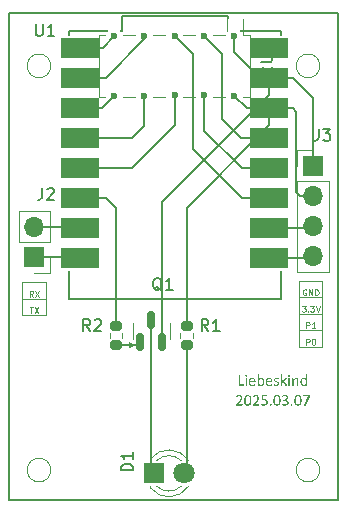
<source format=gto>
%TF.GenerationSoftware,KiCad,Pcbnew,9.0.0*%
%TF.CreationDate,2025-03-07T16:35:28+08:00*%
%TF.ProjectId,Esp32InfraredController,45737033-3249-46e6-9672-61726564436f,rev?*%
%TF.SameCoordinates,Original*%
%TF.FileFunction,Legend,Top*%
%TF.FilePolarity,Positive*%
%FSLAX46Y46*%
G04 Gerber Fmt 4.6, Leading zero omitted, Abs format (unit mm)*
G04 Created by KiCad (PCBNEW 9.0.0) date 2025-03-07 16:35:28*
%MOMM*%
%LPD*%
G01*
G04 APERTURE LIST*
G04 Aperture macros list*
%AMRoundRect*
0 Rectangle with rounded corners*
0 $1 Rounding radius*
0 $2 $3 $4 $5 $6 $7 $8 $9 X,Y pos of 4 corners*
0 Add a 4 corners polygon primitive as box body*
4,1,4,$2,$3,$4,$5,$6,$7,$8,$9,$2,$3,0*
0 Add four circle primitives for the rounded corners*
1,1,$1+$1,$2,$3*
1,1,$1+$1,$4,$5*
1,1,$1+$1,$6,$7*
1,1,$1+$1,$8,$9*
0 Add four rect primitives between the rounded corners*
20,1,$1+$1,$2,$3,$4,$5,0*
20,1,$1+$1,$4,$5,$6,$7,0*
20,1,$1+$1,$6,$7,$8,$9,0*
20,1,$1+$1,$8,$9,$2,$3,0*%
G04 Aperture macros list end*
%ADD10C,0.150000*%
%ADD11C,0.062500*%
%ADD12C,0.050000*%
%ADD13C,0.120000*%
%ADD14C,0.127000*%
%ADD15R,1.700000X1.700000*%
%ADD16O,1.700000X1.700000*%
%ADD17RoundRect,0.200000X-0.275000X0.200000X-0.275000X-0.200000X0.275000X-0.200000X0.275000X0.200000X0*%
%ADD18R,1.800000X1.800000*%
%ADD19C,1.800000*%
%ADD20RoundRect,0.102000X-1.512500X-0.762000X1.512500X-0.762000X1.512500X0.762000X-1.512500X0.762000X0*%
%ADD21RoundRect,0.150000X0.150000X-0.587500X0.150000X0.587500X-0.150000X0.587500X-0.150000X-0.587500X0*%
%TA.AperFunction,ComponentPad*%
%ADD22R,1.700000X1.700000*%
%TD*%
%TA.AperFunction,ComponentPad*%
%ADD23O,1.700000X1.700000*%
%TD*%
%TA.AperFunction,ComponentPad*%
%ADD24R,1.800000X1.800000*%
%TD*%
%TA.AperFunction,ComponentPad*%
%ADD25C,1.800000*%
%TD*%
%TA.AperFunction,SMDPad,CuDef*%
%ADD26R,1.000000X3.000000*%
%TD*%
%TA.AperFunction,ViaPad*%
%ADD27C,0.600000*%
%TD*%
%TA.AperFunction,Conductor*%
%ADD28C,0.200000*%
%TD*%
%ADD29R,1.000000X3.000000*%
%TA.AperFunction,SMDPad,CuDef*%
%ADD30RoundRect,0.200000X-0.275000X0.200000X-0.275000X-0.200000X0.275000X-0.200000X0.275000X0.200000X0*%
%TD*%
%TA.AperFunction,SMDPad,CuDef*%
%ADD31R,3.025000X1.524000*%
%TD*%
%TA.AperFunction,SMDPad,CuDef*%
%ADD32RoundRect,0.150000X0.150000X-0.587500X0.150000X0.587500X-0.150000X0.587500X-0.150000X-0.587500X0*%
%TD*%
%ADD33R,3.025000X1.524000*%
%TA.AperFunction,Profile*%
%ADD34C,0.050000*%
%TD*%
%TA.AperFunction,Profile*%
%ADD35C,0.200000*%
%TD*%
G04 APERTURE END LIST*
D10*
G36*
X123371188Y-76523831D02*
G01*
X123369784Y-76546728D01*
X123365387Y-76562360D01*
X123357877Y-76571946D01*
X123347313Y-76575000D01*
X122956525Y-76575000D01*
X122941457Y-76572434D01*
X122926788Y-76564436D01*
X122916711Y-76550904D01*
X122912805Y-76527250D01*
X122912805Y-75709769D01*
X122915553Y-75700183D01*
X122925140Y-75693710D01*
X122943580Y-75689619D01*
X122971546Y-75687909D01*
X122999878Y-75689619D01*
X123018013Y-75693710D01*
X123027599Y-75700183D01*
X123030347Y-75709769D01*
X123030347Y-76473394D01*
X123347313Y-76473394D01*
X123357877Y-76476509D01*
X123365387Y-76485362D01*
X123369784Y-76500689D01*
X123371188Y-76523831D01*
G37*
G36*
X123600715Y-76557780D02*
G01*
X123597968Y-76567001D01*
X123589053Y-76573473D01*
X123572017Y-76577503D01*
X123543990Y-76578907D01*
X123516696Y-76577503D01*
X123499232Y-76573473D01*
X123490379Y-76567001D01*
X123487997Y-76557780D01*
X123487997Y-75943510D01*
X123490379Y-75934656D01*
X123499232Y-75927878D01*
X123516696Y-75923787D01*
X123543990Y-75922383D01*
X123572017Y-75923787D01*
X123589053Y-75927878D01*
X123597968Y-75934656D01*
X123600715Y-75943510D01*
X123600715Y-76557780D01*
G37*
G36*
X123613660Y-75737063D02*
G01*
X123609217Y-75772577D01*
X123598639Y-75790858D01*
X123579739Y-75800901D01*
X123543318Y-75805146D01*
X123507498Y-75801004D01*
X123488974Y-75791224D01*
X123478661Y-75773319D01*
X123474320Y-75738407D01*
X123478763Y-75702893D01*
X123489341Y-75684612D01*
X123508241Y-75674569D01*
X123544662Y-75670324D01*
X123580464Y-75674485D01*
X123598945Y-75684307D01*
X123609300Y-75702168D01*
X123613660Y-75737063D01*
G37*
G36*
X124131589Y-75916835D02*
G01*
X124185799Y-75933801D01*
X124232654Y-75961304D01*
X124269513Y-75996144D01*
X124297736Y-76038276D01*
X124317690Y-76088040D01*
X124329148Y-76141998D01*
X124333077Y-76200758D01*
X124333077Y-76221153D01*
X124329345Y-76244941D01*
X124319705Y-76258949D01*
X124305420Y-76267391D01*
X124289358Y-76270184D01*
X123886296Y-76270184D01*
X123888990Y-76320296D01*
X123896554Y-76362936D01*
X123910452Y-76401722D01*
X123930687Y-76433705D01*
X123957873Y-76459588D01*
X123992847Y-76479073D01*
X124033643Y-76490632D01*
X124086453Y-76494888D01*
X124128930Y-76492978D01*
X124164306Y-76487683D01*
X124223412Y-76471441D01*
X124264384Y-76455259D01*
X124288686Y-76447993D01*
X124297174Y-76450436D01*
X124302975Y-76457641D01*
X124306089Y-76470952D01*
X124307127Y-76491835D01*
X124306394Y-76507283D01*
X124304684Y-76518946D01*
X124301265Y-76528227D01*
X124295098Y-76536104D01*
X124272933Y-76548438D01*
X124225122Y-76565352D01*
X124157162Y-76580129D01*
X124074852Y-76586723D01*
X124001852Y-76581124D01*
X123941984Y-76565535D01*
X123889095Y-76538971D01*
X123845996Y-76502643D01*
X123812347Y-76456579D01*
X123787195Y-76398046D01*
X123772662Y-76332242D01*
X123767411Y-76251744D01*
X123771918Y-76187142D01*
X123886296Y-76187142D01*
X124219688Y-76187142D01*
X124215719Y-76129685D01*
X124202234Y-76084457D01*
X124180365Y-76048778D01*
X124149528Y-76021612D01*
X124109613Y-76004698D01*
X124057755Y-75998586D01*
X124017882Y-76002663D01*
X123984665Y-76014218D01*
X123955621Y-76032465D01*
X123932031Y-76055556D01*
X123913435Y-76083144D01*
X123899241Y-76115579D01*
X123890229Y-76150461D01*
X123886296Y-76187142D01*
X123771918Y-76187142D01*
X123772771Y-76174918D01*
X123787927Y-76109289D01*
X123813426Y-76049985D01*
X123847034Y-76001945D01*
X123889555Y-75963004D01*
X123940274Y-75934228D01*
X123997199Y-75916738D01*
X124062517Y-75910659D01*
X124131589Y-75916835D01*
G37*
G36*
X124589044Y-75622880D02*
G01*
X124606080Y-75626971D01*
X124614995Y-75633810D01*
X124617743Y-75643335D01*
X124617743Y-76011837D01*
X124670621Y-75964698D01*
X124720874Y-75933557D01*
X124770028Y-75916154D01*
X124821991Y-75910659D01*
X124885533Y-75917683D01*
X124936357Y-75937342D01*
X124979466Y-75968571D01*
X125013538Y-76008784D01*
X125038888Y-76056492D01*
X125056952Y-76113686D01*
X125067141Y-76174898D01*
X125070630Y-76240814D01*
X125066051Y-76318520D01*
X125053166Y-76384734D01*
X125031141Y-76445058D01*
X125001937Y-76493789D01*
X124964163Y-76533690D01*
X124918955Y-76562787D01*
X124867255Y-76580513D01*
X124806237Y-76586723D01*
X124751954Y-76580922D01*
X124703105Y-76562116D01*
X124655295Y-76529326D01*
X124604737Y-76481454D01*
X124604737Y-76557475D01*
X124601989Y-76567184D01*
X124593135Y-76573717D01*
X124577748Y-76577503D01*
X124554178Y-76578907D01*
X124530914Y-76577503D01*
X124515222Y-76573778D01*
X124507039Y-76567306D01*
X124505024Y-76557719D01*
X124505024Y-76128035D01*
X124617743Y-76128035D01*
X124617743Y-76373438D01*
X124665187Y-76425571D01*
X124706525Y-76460205D01*
X124750431Y-76482785D01*
X124794635Y-76490003D01*
X124834623Y-76484675D01*
X124867053Y-76469487D01*
X124894100Y-76445789D01*
X124915902Y-76415020D01*
X124931958Y-76379561D01*
X124943196Y-76339061D01*
X124949606Y-76296699D01*
X124951745Y-76253820D01*
X124944539Y-76162107D01*
X124934493Y-76119401D01*
X124919627Y-76083400D01*
X124898808Y-76052259D01*
X124872549Y-76028262D01*
X124840487Y-76012859D01*
X124799459Y-76007379D01*
X124756411Y-76013546D01*
X124713364Y-76034124D01*
X124667934Y-76071188D01*
X124617743Y-76128035D01*
X124505024Y-76128035D01*
X124505024Y-75643396D01*
X124507406Y-75633810D01*
X124516260Y-75626971D01*
X124533723Y-75622880D01*
X124561017Y-75621475D01*
X124589044Y-75622880D01*
G37*
G36*
X125562852Y-75916835D02*
G01*
X125617062Y-75933801D01*
X125663917Y-75961304D01*
X125700776Y-75996144D01*
X125728999Y-76038276D01*
X125748953Y-76088040D01*
X125760411Y-76141998D01*
X125764341Y-76200758D01*
X125764341Y-76221153D01*
X125760608Y-76244941D01*
X125750968Y-76258949D01*
X125736683Y-76267391D01*
X125720621Y-76270184D01*
X125317559Y-76270184D01*
X125320253Y-76320296D01*
X125327818Y-76362936D01*
X125341715Y-76401722D01*
X125361950Y-76433705D01*
X125389136Y-76459588D01*
X125424110Y-76479073D01*
X125464906Y-76490632D01*
X125517716Y-76494888D01*
X125560193Y-76492978D01*
X125595569Y-76487683D01*
X125654676Y-76471441D01*
X125695647Y-76455259D01*
X125719949Y-76447993D01*
X125728437Y-76450436D01*
X125734238Y-76457641D01*
X125737352Y-76470952D01*
X125738390Y-76491835D01*
X125737657Y-76507283D01*
X125735947Y-76518946D01*
X125732528Y-76528227D01*
X125726361Y-76536104D01*
X125704196Y-76548438D01*
X125656385Y-76565352D01*
X125588425Y-76580129D01*
X125506115Y-76586723D01*
X125433115Y-76581124D01*
X125373247Y-76565535D01*
X125320358Y-76538971D01*
X125277259Y-76502643D01*
X125243610Y-76456579D01*
X125218458Y-76398046D01*
X125203925Y-76332242D01*
X125198674Y-76251744D01*
X125203181Y-76187142D01*
X125317559Y-76187142D01*
X125650951Y-76187142D01*
X125646982Y-76129685D01*
X125633497Y-76084457D01*
X125611628Y-76048778D01*
X125580791Y-76021612D01*
X125540876Y-76004698D01*
X125489018Y-75998586D01*
X125449145Y-76002663D01*
X125415928Y-76014218D01*
X125386884Y-76032465D01*
X125363294Y-76055556D01*
X125344698Y-76083144D01*
X125330504Y-76115579D01*
X125321492Y-76150461D01*
X125317559Y-76187142D01*
X125203181Y-76187142D01*
X125204034Y-76174918D01*
X125219191Y-76109289D01*
X125244689Y-76049985D01*
X125278297Y-76001945D01*
X125320818Y-75963004D01*
X125371537Y-75934228D01*
X125428462Y-75916738D01*
X125493781Y-75910659D01*
X125562852Y-75916835D01*
G37*
G36*
X126322252Y-76389131D02*
G01*
X126317729Y-76434519D01*
X126304789Y-76473272D01*
X126283717Y-76507256D01*
X126255269Y-76535493D01*
X126220666Y-76557411D01*
X126178760Y-76573778D01*
X126133008Y-76583371D01*
X126081062Y-76586723D01*
X126018536Y-76581594D01*
X125965291Y-76568649D01*
X125925297Y-76552285D01*
X125901422Y-76536898D01*
X125890492Y-76517847D01*
X125887073Y-76484508D01*
X125888416Y-76462709D01*
X125891835Y-76448421D01*
X125897636Y-76440605D01*
X125906185Y-76438224D01*
X125928411Y-76447444D01*
X125964620Y-76467533D01*
X126015483Y-76487683D01*
X126046179Y-76494424D01*
X126083139Y-76496842D01*
X126135040Y-76490675D01*
X126157105Y-76482880D01*
X126175340Y-76472479D01*
X126190486Y-76458811D01*
X126201657Y-76441948D01*
X126208451Y-76422292D01*
X126210878Y-76398046D01*
X126207417Y-76373709D01*
X126197566Y-76354326D01*
X126182437Y-76337836D01*
X126162395Y-76322880D01*
X126113180Y-76298639D01*
X126056821Y-76276413D01*
X126000157Y-76250095D01*
X125973861Y-76233700D01*
X125950637Y-76214192D01*
X125931024Y-76191137D01*
X125915405Y-76163633D01*
X125905627Y-76132374D01*
X125902094Y-76093169D01*
X125905595Y-76057697D01*
X125916076Y-76023804D01*
X125933500Y-75992849D01*
X125958086Y-75965736D01*
X125988853Y-75943684D01*
X126028123Y-75925741D01*
X126072216Y-75914653D01*
X126126186Y-75910659D01*
X126175340Y-75914933D01*
X126219731Y-75925680D01*
X126253559Y-75939602D01*
X126274747Y-75952852D01*
X126284334Y-75962622D01*
X126287692Y-75971842D01*
X126289768Y-75984542D01*
X126290806Y-76002983D01*
X126289768Y-76023133D01*
X126286349Y-76037177D01*
X126280548Y-76045054D01*
X126273037Y-76047435D01*
X126255269Y-76039680D01*
X126225227Y-76023011D01*
X126181813Y-76006402D01*
X126155853Y-76000645D01*
X126124782Y-75998586D01*
X126097096Y-76000301D01*
X126074285Y-76005059D01*
X126053895Y-76013140D01*
X126038381Y-76023438D01*
X126026061Y-76036456D01*
X126017193Y-76051648D01*
X126010049Y-76087002D01*
X126013595Y-76112010D01*
X126023665Y-76131821D01*
X126039106Y-76148542D01*
X126059203Y-76163572D01*
X126109089Y-76188180D01*
X126166120Y-76210772D01*
X126223517Y-76236723D01*
X126250406Y-76252736D01*
X126273709Y-76271589D01*
X126293317Y-76293990D01*
X126308880Y-76320804D01*
X126318716Y-76351264D01*
X126322252Y-76389131D01*
G37*
G36*
X126988180Y-76557048D02*
G01*
X126985433Y-76566634D01*
X126976212Y-76573473D01*
X126958139Y-76577503D01*
X126928768Y-76578907D01*
X126898360Y-76577869D01*
X126878210Y-76574450D01*
X126864899Y-76567672D01*
X126855679Y-76557048D01*
X126596110Y-76217184D01*
X126596110Y-76557780D01*
X126593362Y-76567001D01*
X126584447Y-76573473D01*
X126567411Y-76577503D01*
X126539384Y-76578907D01*
X126512090Y-76577503D01*
X126494627Y-76573473D01*
X126485773Y-76566939D01*
X126483391Y-76557719D01*
X126483391Y-75643396D01*
X126485773Y-75633810D01*
X126494627Y-75626971D01*
X126512090Y-75622880D01*
X126539384Y-75621475D01*
X126567411Y-75622880D01*
X126584447Y-75626971D01*
X126593362Y-75633810D01*
X126596110Y-75643396D01*
X126596110Y-76201491D01*
X126828323Y-75946257D01*
X126839925Y-75935022D01*
X126854641Y-75927512D01*
X126874791Y-75923421D01*
X126902818Y-75922383D01*
X126931516Y-75923421D01*
X126950262Y-75926840D01*
X126960520Y-75933007D01*
X126963634Y-75942838D01*
X126959177Y-75959263D01*
X126944461Y-75978314D01*
X126721773Y-76200819D01*
X126971816Y-76524991D01*
X126984395Y-76543797D01*
X126988180Y-76557048D01*
G37*
G36*
X127232118Y-76557780D02*
G01*
X127229370Y-76567001D01*
X127220455Y-76573473D01*
X127203419Y-76577503D01*
X127175393Y-76578907D01*
X127148098Y-76577503D01*
X127130635Y-76573473D01*
X127121781Y-76567001D01*
X127119400Y-76557780D01*
X127119400Y-75943510D01*
X127121781Y-75934656D01*
X127130635Y-75927878D01*
X127148098Y-75923787D01*
X127175393Y-75922383D01*
X127203419Y-75923787D01*
X127220455Y-75927878D01*
X127229370Y-75934656D01*
X127232118Y-75943510D01*
X127232118Y-76557780D01*
G37*
G36*
X127245063Y-75737063D02*
G01*
X127240620Y-75772577D01*
X127230042Y-75790858D01*
X127211142Y-75800901D01*
X127174721Y-75805146D01*
X127138901Y-75801004D01*
X127120377Y-75791224D01*
X127110064Y-75773319D01*
X127105722Y-75738407D01*
X127110166Y-75702893D01*
X127120743Y-75684612D01*
X127139643Y-75674569D01*
X127176064Y-75670324D01*
X127211867Y-75674485D01*
X127230347Y-75684307D01*
X127240703Y-75702168D01*
X127245063Y-75737063D01*
G37*
G36*
X127969243Y-76557658D02*
G01*
X127966495Y-76566939D01*
X127957641Y-76573412D01*
X127940544Y-76577503D01*
X127913250Y-76578907D01*
X127885223Y-76577503D01*
X127868126Y-76573412D01*
X127859273Y-76566939D01*
X127856525Y-76557658D01*
X127856525Y-76196728D01*
X127854223Y-76146551D01*
X127848343Y-76111793D01*
X127838016Y-76081263D01*
X127824407Y-76056350D01*
X127806371Y-76035752D01*
X127783740Y-76020690D01*
X127757453Y-76011568D01*
X127726038Y-76008356D01*
X127684821Y-76015506D01*
X127641347Y-76038520D01*
X127600076Y-76073571D01*
X127552565Y-76126875D01*
X127552565Y-76557658D01*
X127549817Y-76566939D01*
X127540902Y-76573412D01*
X127523866Y-76577503D01*
X127495839Y-76578907D01*
X127468545Y-76577503D01*
X127451082Y-76573473D01*
X127442228Y-76567001D01*
X127439846Y-76557780D01*
X127439846Y-75943510D01*
X127441861Y-75934351D01*
X127450044Y-75927512D01*
X127465736Y-75923421D01*
X127491076Y-75922383D01*
X127515989Y-75923421D01*
X127531315Y-75927512D01*
X127539192Y-75934351D01*
X127541635Y-75943571D01*
X127541635Y-76024781D01*
X127595455Y-75971864D01*
X127645072Y-75938136D01*
X127697603Y-75917351D01*
X127749302Y-75910659D01*
X127807711Y-75916248D01*
X127852800Y-75931542D01*
X127891109Y-75956194D01*
X127920761Y-75987351D01*
X127942797Y-76024754D01*
X127957947Y-76069173D01*
X127966183Y-76118473D01*
X127969243Y-76181769D01*
X127969243Y-76557658D01*
G37*
G36*
X128671807Y-75627093D02*
G01*
X128688904Y-75631184D01*
X128698125Y-75638023D01*
X128701178Y-75647243D01*
X128701178Y-76557719D01*
X128698796Y-76567306D01*
X128690614Y-76573778D01*
X128675227Y-76577503D01*
X128652024Y-76578907D01*
X128628088Y-76577503D01*
X128612395Y-76573778D01*
X128603480Y-76567184D01*
X128600794Y-76557475D01*
X128600794Y-76475287D01*
X128550191Y-76523036D01*
X128499983Y-76557353D01*
X128445548Y-76579314D01*
X128385616Y-76586723D01*
X128321355Y-76579781D01*
X128270150Y-76560406D01*
X128226784Y-76529411D01*
X128192603Y-76489331D01*
X128167311Y-76441534D01*
X128149250Y-76384063D01*
X128139056Y-76322531D01*
X128135572Y-76256568D01*
X128136303Y-76243928D01*
X128252381Y-76243928D01*
X128259525Y-76334848D01*
X128269600Y-76377500D01*
X128284499Y-76413799D01*
X128305383Y-76445146D01*
X128331638Y-76469181D01*
X128363782Y-76484516D01*
X128405400Y-76490003D01*
X128448753Y-76483897D01*
X128491495Y-76463442D01*
X128537230Y-76426256D01*
X128587788Y-76370019D01*
X128587788Y-76123944D01*
X128540829Y-76071892D01*
X128499311Y-76037238D01*
X128455043Y-76014631D01*
X128410162Y-76007379D01*
X128369634Y-76012725D01*
X128337073Y-76027896D01*
X128310004Y-76051482D01*
X128288224Y-76081934D01*
X128272230Y-76117064D01*
X128260930Y-76157772D01*
X128254525Y-76200434D01*
X128252381Y-76243928D01*
X128136303Y-76243928D01*
X128140032Y-76179445D01*
X128152608Y-76113381D01*
X128174316Y-76053037D01*
X128203166Y-76004326D01*
X128240787Y-75964341D01*
X128286209Y-75934961D01*
X128338415Y-75916984D01*
X128400637Y-75910659D01*
X128452691Y-75916662D01*
X128499311Y-75934289D01*
X128542534Y-75962421D01*
X128587788Y-76003654D01*
X128587788Y-75647182D01*
X128590169Y-75638023D01*
X128599389Y-75631184D01*
X128616792Y-75627093D01*
X128643842Y-75625383D01*
X128671807Y-75627093D01*
G37*
G36*
X123241373Y-78204502D02*
G01*
X123239663Y-78226362D01*
X123234901Y-78242360D01*
X123226719Y-78251946D01*
X123215422Y-78255000D01*
X122726998Y-78255000D01*
X122710267Y-78252618D01*
X122697994Y-78244802D01*
X122690422Y-78229049D01*
X122688041Y-78203770D01*
X122689079Y-78179895D01*
X122693536Y-78161821D01*
X122702085Y-78146067D01*
X122715396Y-78129337D01*
X122886855Y-77946460D01*
X122942464Y-77884338D01*
X122982109Y-77833681D01*
X123015006Y-77784195D01*
X123037491Y-77742761D01*
X123054110Y-77702204D01*
X123063076Y-77668267D01*
X123069243Y-77605375D01*
X123066817Y-77576432D01*
X123059656Y-77549382D01*
X123047907Y-77524456D01*
X123031996Y-77503037D01*
X123011878Y-77485339D01*
X122986567Y-77471407D01*
X122957920Y-77462794D01*
X122923735Y-77459745D01*
X122883406Y-77462724D01*
X122848936Y-77471163D01*
X122790867Y-77495893D01*
X122749224Y-77520683D01*
X122724250Y-77532041D01*
X122715701Y-77529354D01*
X122709595Y-77520561D01*
X122705810Y-77504319D01*
X122704466Y-77479956D01*
X122705138Y-77462370D01*
X122707519Y-77449548D01*
X122711977Y-77439412D01*
X122722907Y-77427566D01*
X122751239Y-77408271D01*
X122801797Y-77384274D01*
X122868720Y-77364307D01*
X122905884Y-77358252D01*
X122945595Y-77356186D01*
X123007393Y-77360981D01*
X123057947Y-77374321D01*
X123102712Y-77396232D01*
X123137875Y-77423963D01*
X123165668Y-77458051D01*
X123185380Y-77497236D01*
X123197094Y-77540012D01*
X123201073Y-77586202D01*
X123193563Y-77670710D01*
X123182374Y-77712989D01*
X123161811Y-77761629D01*
X123133665Y-77810971D01*
X123091774Y-77870439D01*
X123041333Y-77931608D01*
X122970202Y-78008253D01*
X122830129Y-78155348D01*
X123214751Y-78155348D01*
X123225314Y-78158463D01*
X123234168Y-78167683D01*
X123239663Y-78183009D01*
X123241373Y-78204502D01*
G37*
G36*
X123738304Y-77359814D02*
G01*
X123784836Y-77369981D01*
X123823953Y-77385922D01*
X123859336Y-77408728D01*
X123889820Y-77437688D01*
X123915789Y-77473422D01*
X123944838Y-77535684D01*
X123965309Y-77615633D01*
X123976104Y-77703136D01*
X123980025Y-77809378D01*
X123975825Y-77908941D01*
X123963966Y-77995369D01*
X123942028Y-78075250D01*
X123910721Y-78139961D01*
X123883110Y-78177497D01*
X123850774Y-78208517D01*
X123813329Y-78233567D01*
X123772006Y-78251392D01*
X123723113Y-78262701D01*
X123665134Y-78266723D01*
X123610193Y-78263105D01*
X123563868Y-78252947D01*
X123524756Y-78236987D01*
X123489369Y-78214183D01*
X123458865Y-78185223D01*
X123432859Y-78149487D01*
X123403840Y-78087239D01*
X123383339Y-78007337D01*
X123372589Y-77919782D01*
X123368685Y-77813531D01*
X123369040Y-77805287D01*
X123488913Y-77805287D01*
X123491696Y-77900662D01*
X123499110Y-77973693D01*
X123513117Y-78039254D01*
X123531534Y-78086716D01*
X123557578Y-78125254D01*
X123588259Y-78150219D01*
X123625311Y-78164787D01*
X123671973Y-78170003D01*
X123708711Y-78166783D01*
X123739201Y-78157730D01*
X123766270Y-78142724D01*
X123789088Y-78122559D01*
X123807905Y-78097766D01*
X123823587Y-78067604D01*
X123845447Y-77996591D01*
X123856743Y-77912205D01*
X123859796Y-77817622D01*
X123855033Y-77698797D01*
X123841050Y-77605863D01*
X123830079Y-77567301D01*
X123817115Y-77536559D01*
X123800651Y-77509655D01*
X123781944Y-77488810D01*
X123759960Y-77472558D01*
X123735110Y-77461454D01*
X123707859Y-77455137D01*
X123676064Y-77452906D01*
X123638223Y-77456232D01*
X123607251Y-77465532D01*
X123581787Y-77480261D01*
X123549923Y-77512031D01*
X123524756Y-77555366D01*
X123507655Y-77605727D01*
X123496424Y-77667351D01*
X123490857Y-77732721D01*
X123488913Y-77805287D01*
X123369040Y-77805287D01*
X123372949Y-77714587D01*
X123385049Y-77627906D01*
X123407247Y-77547678D01*
X123438355Y-77483009D01*
X123465749Y-77445444D01*
X123497941Y-77414405D01*
X123535319Y-77389342D01*
X123576675Y-77371495D01*
X123625382Y-77360197D01*
X123682903Y-77356186D01*
X123738304Y-77359814D01*
G37*
G36*
X124659936Y-78204502D02*
G01*
X124658226Y-78226362D01*
X124653463Y-78242360D01*
X124645281Y-78251946D01*
X124633985Y-78255000D01*
X124145560Y-78255000D01*
X124128829Y-78252618D01*
X124116556Y-78244802D01*
X124108985Y-78229049D01*
X124106603Y-78203770D01*
X124107641Y-78179895D01*
X124112099Y-78161821D01*
X124120647Y-78146067D01*
X124133959Y-78129337D01*
X124305417Y-77946460D01*
X124361026Y-77884338D01*
X124400672Y-77833681D01*
X124433569Y-77784195D01*
X124456054Y-77742761D01*
X124472672Y-77702204D01*
X124481638Y-77668267D01*
X124487805Y-77605375D01*
X124485380Y-77576432D01*
X124478219Y-77549382D01*
X124466469Y-77524456D01*
X124450558Y-77503037D01*
X124430440Y-77485339D01*
X124405129Y-77471407D01*
X124376483Y-77462794D01*
X124342298Y-77459745D01*
X124301969Y-77462724D01*
X124267498Y-77471163D01*
X124209430Y-77495893D01*
X124167786Y-77520683D01*
X124142812Y-77532041D01*
X124134264Y-77529354D01*
X124128158Y-77520561D01*
X124124372Y-77504319D01*
X124123029Y-77479956D01*
X124123700Y-77462370D01*
X124126082Y-77449548D01*
X124130539Y-77439412D01*
X124141469Y-77427566D01*
X124169801Y-77408271D01*
X124220359Y-77384274D01*
X124287282Y-77364307D01*
X124324447Y-77358252D01*
X124364157Y-77356186D01*
X124425955Y-77360981D01*
X124476509Y-77374321D01*
X124521275Y-77396232D01*
X124556438Y-77423963D01*
X124584230Y-77458051D01*
X124603943Y-77497236D01*
X124615656Y-77540012D01*
X124619635Y-77586202D01*
X124612125Y-77670710D01*
X124600936Y-77712989D01*
X124580373Y-77761629D01*
X124552228Y-77810971D01*
X124510337Y-77870439D01*
X124459895Y-77931608D01*
X124388765Y-78008253D01*
X124248692Y-78155348D01*
X124633313Y-78155348D01*
X124643877Y-78158463D01*
X124652730Y-78167683D01*
X124658226Y-78183009D01*
X124659936Y-78204502D01*
G37*
G36*
X125365126Y-77969724D02*
G01*
X125358894Y-78038105D01*
X125341190Y-78096058D01*
X125312191Y-78147207D01*
X125273596Y-78189237D01*
X125226302Y-78222253D01*
X125169426Y-78246939D01*
X125106888Y-78261593D01*
X125035215Y-78266723D01*
X124957301Y-78260861D01*
X124891722Y-78246512D01*
X124844583Y-78229659D01*
X124821014Y-78216653D01*
X124813809Y-78207739D01*
X124810084Y-78197725D01*
X124807702Y-78182948D01*
X124807031Y-78161699D01*
X124808069Y-78140755D01*
X124811794Y-78125673D01*
X124818266Y-78117063D01*
X124826814Y-78114316D01*
X124848003Y-78123047D01*
X124886593Y-78141854D01*
X124946677Y-78160966D01*
X124984313Y-78167571D01*
X125031795Y-78170003D01*
X125076387Y-78167174D01*
X125115754Y-78159073D01*
X125151778Y-78144869D01*
X125181699Y-78124940D01*
X125206196Y-78098976D01*
X125225052Y-78066566D01*
X125236589Y-78029048D01*
X125240806Y-77980898D01*
X125237317Y-77940117D01*
X125227495Y-77906099D01*
X125210595Y-77876406D01*
X125186523Y-77852182D01*
X125156161Y-77833872D01*
X125116486Y-77820125D01*
X125071992Y-77812369D01*
X125015370Y-77809501D01*
X124943624Y-77813592D01*
X124887631Y-77817683D01*
X124870405Y-77815188D01*
X124860276Y-77808829D01*
X124854569Y-77797547D01*
X124852094Y-77774757D01*
X124852094Y-77416086D01*
X124855018Y-77395652D01*
X124862657Y-77382747D01*
X124875061Y-77374743D01*
X124893126Y-77371817D01*
X125284526Y-77371817D01*
X125295089Y-77374931D01*
X125303638Y-77384152D01*
X125308767Y-77399844D01*
X125310476Y-77422437D01*
X125308544Y-77445509D01*
X125303638Y-77460722D01*
X125295144Y-77471188D01*
X125284526Y-77474399D01*
X124954553Y-77474399D01*
X124954553Y-77720535D01*
X125003402Y-77716444D01*
X125061165Y-77715711D01*
X125134285Y-77720534D01*
X125193667Y-77733846D01*
X125246672Y-77756217D01*
X125288250Y-77785015D01*
X125321512Y-77821556D01*
X125345647Y-77865249D01*
X125360112Y-77914140D01*
X125365126Y-77969724D01*
G37*
G36*
X125697357Y-78181666D02*
G01*
X125692467Y-78225629D01*
X125681298Y-78246695D01*
X125661078Y-78258077D01*
X125622863Y-78262815D01*
X125585904Y-78258184D01*
X125566138Y-78247001D01*
X125555216Y-78226446D01*
X125550445Y-78183742D01*
X125555337Y-78139788D01*
X125566504Y-78118773D01*
X125586731Y-78107346D01*
X125624939Y-78102592D01*
X125661888Y-78107226D01*
X125681603Y-78118407D01*
X125692569Y-78138968D01*
X125697357Y-78181666D01*
G37*
G36*
X126218834Y-77359814D02*
G01*
X126265367Y-77369981D01*
X126304484Y-77385922D01*
X126339866Y-77408728D01*
X126370350Y-77437688D01*
X126396319Y-77473422D01*
X126425368Y-77535684D01*
X126445839Y-77615633D01*
X126456634Y-77703136D01*
X126460555Y-77809378D01*
X126456356Y-77908941D01*
X126444496Y-77995369D01*
X126422558Y-78075250D01*
X126391251Y-78139961D01*
X126363640Y-78177497D01*
X126331304Y-78208517D01*
X126293859Y-78233567D01*
X126252536Y-78251392D01*
X126203644Y-78262701D01*
X126145665Y-78266723D01*
X126090724Y-78263105D01*
X126044398Y-78252947D01*
X126005286Y-78236987D01*
X125969900Y-78214183D01*
X125939395Y-78185223D01*
X125913390Y-78149487D01*
X125884371Y-78087239D01*
X125863870Y-78007337D01*
X125853119Y-77919782D01*
X125849215Y-77813531D01*
X125849570Y-77805287D01*
X125969444Y-77805287D01*
X125972226Y-77900662D01*
X125979641Y-77973693D01*
X125993647Y-78039254D01*
X126012064Y-78086716D01*
X126038108Y-78125254D01*
X126068789Y-78150219D01*
X126105841Y-78164787D01*
X126152504Y-78170003D01*
X126189241Y-78166783D01*
X126219731Y-78157730D01*
X126246801Y-78142724D01*
X126269618Y-78122559D01*
X126288436Y-78097766D01*
X126304117Y-78067604D01*
X126325977Y-77996591D01*
X126337273Y-77912205D01*
X126340326Y-77817622D01*
X126335564Y-77698797D01*
X126321581Y-77605863D01*
X126310609Y-77567301D01*
X126297645Y-77536559D01*
X126281181Y-77509655D01*
X126262474Y-77488810D01*
X126240491Y-77472558D01*
X126215640Y-77461454D01*
X126188390Y-77455137D01*
X126156595Y-77452906D01*
X126118754Y-77456232D01*
X126087782Y-77465532D01*
X126062317Y-77480261D01*
X126030453Y-77512031D01*
X126005286Y-77555366D01*
X125988185Y-77605727D01*
X125976954Y-77667351D01*
X125971387Y-77732721D01*
X125969444Y-77805287D01*
X125849570Y-77805287D01*
X125853480Y-77714587D01*
X125865579Y-77627906D01*
X125887778Y-77547678D01*
X125918885Y-77483009D01*
X125946280Y-77445444D01*
X125978471Y-77414405D01*
X126015850Y-77389342D01*
X126057206Y-77371495D01*
X126105913Y-77360197D01*
X126163433Y-77356186D01*
X126218834Y-77359814D01*
G37*
G36*
X127133627Y-78001720D02*
G01*
X127128156Y-78060269D01*
X127112439Y-78111079D01*
X127086658Y-78156349D01*
X127051684Y-78194549D01*
X127008338Y-78224757D01*
X126953986Y-78247978D01*
X126893658Y-78261820D01*
X126822828Y-78266723D01*
X126779236Y-78264896D01*
X126739847Y-78259640D01*
X126671153Y-78242787D01*
X126621267Y-78222515D01*
X126596354Y-78207311D01*
X126588538Y-78197847D01*
X126583714Y-78186367D01*
X126580661Y-78169820D01*
X126579623Y-78145823D01*
X126584386Y-78112056D01*
X126590392Y-78104839D01*
X126598064Y-78102592D01*
X126622305Y-78113278D01*
X126668772Y-78136297D01*
X126735023Y-78159317D01*
X126774198Y-78167219D01*
X126819409Y-78170003D01*
X126862927Y-78166949D01*
X126898665Y-78158463D01*
X126930558Y-78144197D01*
X126956001Y-78125734D01*
X126976367Y-78102629D01*
X126990867Y-78075664D01*
X126999506Y-78045788D01*
X127002469Y-78012711D01*
X126998682Y-77976624D01*
X126987753Y-77945300D01*
X126969860Y-77917583D01*
X126944766Y-77893520D01*
X126913981Y-77874670D01*
X126875096Y-77860181D01*
X126832170Y-77851633D01*
X126781185Y-77848579D01*
X126697165Y-77848579D01*
X126686541Y-77846198D01*
X126677626Y-77838382D01*
X126671520Y-77824033D01*
X126669138Y-77800830D01*
X126671153Y-77779337D01*
X126676954Y-77765659D01*
X126685503Y-77758148D01*
X126696432Y-77755767D01*
X126773674Y-77755767D01*
X126817344Y-77752718D01*
X126854580Y-77744105D01*
X126888212Y-77729535D01*
X126915396Y-77710338D01*
X126937402Y-77686167D01*
X126953620Y-77657704D01*
X126963546Y-77625774D01*
X126966992Y-77589193D01*
X126964746Y-77562159D01*
X126958078Y-77536559D01*
X126946935Y-77512952D01*
X126931455Y-77492840D01*
X126911610Y-77476472D01*
X126886026Y-77463592D01*
X126857034Y-77455714D01*
X126822156Y-77452906D01*
X126783622Y-77455985D01*
X126749372Y-77464874D01*
X126690326Y-77490519D01*
X126647279Y-77516165D01*
X126623343Y-77528133D01*
X126614794Y-77526423D01*
X126608688Y-77519645D01*
X126605269Y-77505296D01*
X126604231Y-77481055D01*
X126604902Y-77462981D01*
X126607650Y-77449303D01*
X126612413Y-77438740D01*
X126621633Y-77427505D01*
X126647950Y-77408759D01*
X126696799Y-77384518D01*
X126763721Y-77364368D01*
X126802478Y-77358293D01*
X126845359Y-77356186D01*
X126904649Y-77360371D01*
X126953315Y-77372001D01*
X126996639Y-77391427D01*
X127030862Y-77416575D01*
X127057963Y-77448174D01*
X127077268Y-77485573D01*
X127088688Y-77527153D01*
X127092655Y-77574417D01*
X127089852Y-77615297D01*
X127081725Y-77652269D01*
X127068088Y-77686534D01*
X127049608Y-77716139D01*
X127026205Y-77741736D01*
X126997706Y-77763461D01*
X126965116Y-77779809D01*
X126926692Y-77790572D01*
X126926692Y-77791915D01*
X126970935Y-77800132D01*
X127010346Y-77814752D01*
X127045949Y-77835353D01*
X127075558Y-77860059D01*
X127099844Y-77889504D01*
X127118240Y-77923745D01*
X127129735Y-77961237D01*
X127133627Y-78001720D01*
G37*
G36*
X127468606Y-78181666D02*
G01*
X127463716Y-78225629D01*
X127452547Y-78246695D01*
X127432327Y-78258077D01*
X127394112Y-78262815D01*
X127357153Y-78258184D01*
X127337387Y-78247001D01*
X127326465Y-78226446D01*
X127321694Y-78183742D01*
X127326587Y-78139788D01*
X127337753Y-78118773D01*
X127357980Y-78107346D01*
X127396188Y-78102592D01*
X127433138Y-78107226D01*
X127452852Y-78118407D01*
X127463819Y-78138968D01*
X127468606Y-78181666D01*
G37*
G36*
X127990083Y-77359814D02*
G01*
X128036616Y-77369981D01*
X128075733Y-77385922D01*
X128111115Y-77408728D01*
X128141599Y-77437688D01*
X128167568Y-77473422D01*
X128196617Y-77535684D01*
X128217088Y-77615633D01*
X128227883Y-77703136D01*
X128231804Y-77809378D01*
X128227605Y-77908941D01*
X128215745Y-77995369D01*
X128193808Y-78075250D01*
X128162500Y-78139961D01*
X128134890Y-78177497D01*
X128102553Y-78208517D01*
X128065108Y-78233567D01*
X128023785Y-78251392D01*
X127974893Y-78262701D01*
X127916914Y-78266723D01*
X127861973Y-78263105D01*
X127815647Y-78252947D01*
X127776535Y-78236987D01*
X127741149Y-78214183D01*
X127710644Y-78185223D01*
X127684639Y-78149487D01*
X127655620Y-78087239D01*
X127635119Y-78007337D01*
X127624368Y-77919782D01*
X127620464Y-77813531D01*
X127620819Y-77805287D01*
X127740693Y-77805287D01*
X127743475Y-77900662D01*
X127750890Y-77973693D01*
X127764897Y-78039254D01*
X127783313Y-78086716D01*
X127809357Y-78125254D01*
X127840038Y-78150219D01*
X127877090Y-78164787D01*
X127923753Y-78170003D01*
X127960491Y-78166783D01*
X127990981Y-78157730D01*
X128018050Y-78142724D01*
X128040867Y-78122559D01*
X128059685Y-78097766D01*
X128075366Y-78067604D01*
X128097226Y-77996591D01*
X128108522Y-77912205D01*
X128111575Y-77817622D01*
X128106813Y-77698797D01*
X128092830Y-77605863D01*
X128081858Y-77567301D01*
X128068894Y-77536559D01*
X128052430Y-77509655D01*
X128033723Y-77488810D01*
X128011740Y-77472558D01*
X127986889Y-77461454D01*
X127959639Y-77455137D01*
X127927844Y-77452906D01*
X127890003Y-77456232D01*
X127859031Y-77465532D01*
X127833566Y-77480261D01*
X127801702Y-77512031D01*
X127776535Y-77555366D01*
X127759434Y-77605727D01*
X127748203Y-77667351D01*
X127742636Y-77732721D01*
X127740693Y-77805287D01*
X127620819Y-77805287D01*
X127624729Y-77714587D01*
X127636828Y-77627906D01*
X127659027Y-77547678D01*
X127690134Y-77483009D01*
X127717529Y-77445444D01*
X127749720Y-77414405D01*
X127787099Y-77389342D01*
X127828455Y-77371495D01*
X127877162Y-77360197D01*
X127934683Y-77356186D01*
X127990083Y-77359814D01*
G37*
G36*
X128924721Y-77422498D02*
G01*
X128923683Y-77444785D01*
X128920935Y-77463958D01*
X128916172Y-77481788D01*
X128909028Y-77499923D01*
X128590658Y-78232285D01*
X128582109Y-78245596D01*
X128569103Y-78253778D01*
X128548953Y-78257869D01*
X128518911Y-78258907D01*
X128482702Y-78256831D01*
X128463957Y-78250420D01*
X128458828Y-78239490D01*
X128463590Y-78224103D01*
X128798325Y-77475376D01*
X128374137Y-77475376D01*
X128362973Y-77472101D01*
X128354658Y-77461699D01*
X128350020Y-77446446D01*
X128348186Y-77423230D01*
X128349895Y-77400638D01*
X128354963Y-77384518D01*
X128363146Y-77374931D01*
X128374137Y-77371817D01*
X128889184Y-77371817D01*
X128905914Y-77373893D01*
X128916844Y-77382076D01*
X128922645Y-77397829D01*
X128924721Y-77422498D01*
G37*
D11*
X128619047Y-68441869D02*
X128571428Y-68418059D01*
X128571428Y-68418059D02*
X128499999Y-68418059D01*
X128499999Y-68418059D02*
X128428571Y-68441869D01*
X128428571Y-68441869D02*
X128380952Y-68489488D01*
X128380952Y-68489488D02*
X128357142Y-68537107D01*
X128357142Y-68537107D02*
X128333333Y-68632345D01*
X128333333Y-68632345D02*
X128333333Y-68703773D01*
X128333333Y-68703773D02*
X128357142Y-68799011D01*
X128357142Y-68799011D02*
X128380952Y-68846630D01*
X128380952Y-68846630D02*
X128428571Y-68894250D01*
X128428571Y-68894250D02*
X128499999Y-68918059D01*
X128499999Y-68918059D02*
X128547618Y-68918059D01*
X128547618Y-68918059D02*
X128619047Y-68894250D01*
X128619047Y-68894250D02*
X128642856Y-68870440D01*
X128642856Y-68870440D02*
X128642856Y-68703773D01*
X128642856Y-68703773D02*
X128547618Y-68703773D01*
X128857142Y-68918059D02*
X128857142Y-68418059D01*
X128857142Y-68418059D02*
X129142856Y-68918059D01*
X129142856Y-68918059D02*
X129142856Y-68418059D01*
X129380952Y-68918059D02*
X129380952Y-68418059D01*
X129380952Y-68418059D02*
X129500000Y-68418059D01*
X129500000Y-68418059D02*
X129571428Y-68441869D01*
X129571428Y-68441869D02*
X129619047Y-68489488D01*
X129619047Y-68489488D02*
X129642857Y-68537107D01*
X129642857Y-68537107D02*
X129666666Y-68632345D01*
X129666666Y-68632345D02*
X129666666Y-68703773D01*
X129666666Y-68703773D02*
X129642857Y-68799011D01*
X129642857Y-68799011D02*
X129619047Y-68846630D01*
X129619047Y-68846630D02*
X129571428Y-68894250D01*
X129571428Y-68894250D02*
X129500000Y-68918059D01*
X129500000Y-68918059D02*
X129380952Y-68918059D01*
X128261905Y-69818059D02*
X128571429Y-69818059D01*
X128571429Y-69818059D02*
X128404762Y-70008535D01*
X128404762Y-70008535D02*
X128476191Y-70008535D01*
X128476191Y-70008535D02*
X128523810Y-70032345D01*
X128523810Y-70032345D02*
X128547619Y-70056154D01*
X128547619Y-70056154D02*
X128571429Y-70103773D01*
X128571429Y-70103773D02*
X128571429Y-70222821D01*
X128571429Y-70222821D02*
X128547619Y-70270440D01*
X128547619Y-70270440D02*
X128523810Y-70294250D01*
X128523810Y-70294250D02*
X128476191Y-70318059D01*
X128476191Y-70318059D02*
X128333334Y-70318059D01*
X128333334Y-70318059D02*
X128285715Y-70294250D01*
X128285715Y-70294250D02*
X128261905Y-70270440D01*
X128785714Y-70270440D02*
X128809524Y-70294250D01*
X128809524Y-70294250D02*
X128785714Y-70318059D01*
X128785714Y-70318059D02*
X128761905Y-70294250D01*
X128761905Y-70294250D02*
X128785714Y-70270440D01*
X128785714Y-70270440D02*
X128785714Y-70318059D01*
X128976190Y-69818059D02*
X129285714Y-69818059D01*
X129285714Y-69818059D02*
X129119047Y-70008535D01*
X129119047Y-70008535D02*
X129190476Y-70008535D01*
X129190476Y-70008535D02*
X129238095Y-70032345D01*
X129238095Y-70032345D02*
X129261904Y-70056154D01*
X129261904Y-70056154D02*
X129285714Y-70103773D01*
X129285714Y-70103773D02*
X129285714Y-70222821D01*
X129285714Y-70222821D02*
X129261904Y-70270440D01*
X129261904Y-70270440D02*
X129238095Y-70294250D01*
X129238095Y-70294250D02*
X129190476Y-70318059D01*
X129190476Y-70318059D02*
X129047619Y-70318059D01*
X129047619Y-70318059D02*
X129000000Y-70294250D01*
X129000000Y-70294250D02*
X128976190Y-70270440D01*
X129428571Y-69818059D02*
X129595237Y-70318059D01*
X129595237Y-70318059D02*
X129761904Y-69818059D01*
X128630952Y-71718059D02*
X128630952Y-71218059D01*
X128630952Y-71218059D02*
X128821428Y-71218059D01*
X128821428Y-71218059D02*
X128869047Y-71241869D01*
X128869047Y-71241869D02*
X128892857Y-71265678D01*
X128892857Y-71265678D02*
X128916666Y-71313297D01*
X128916666Y-71313297D02*
X128916666Y-71384726D01*
X128916666Y-71384726D02*
X128892857Y-71432345D01*
X128892857Y-71432345D02*
X128869047Y-71456154D01*
X128869047Y-71456154D02*
X128821428Y-71479964D01*
X128821428Y-71479964D02*
X128630952Y-71479964D01*
X129392857Y-71718059D02*
X129107143Y-71718059D01*
X129250000Y-71718059D02*
X129250000Y-71218059D01*
X129250000Y-71218059D02*
X129202381Y-71289488D01*
X129202381Y-71289488D02*
X129154762Y-71337107D01*
X129154762Y-71337107D02*
X129107143Y-71360916D01*
X128630952Y-73118059D02*
X128630952Y-72618059D01*
X128630952Y-72618059D02*
X128821428Y-72618059D01*
X128821428Y-72618059D02*
X128869047Y-72641869D01*
X128869047Y-72641869D02*
X128892857Y-72665678D01*
X128892857Y-72665678D02*
X128916666Y-72713297D01*
X128916666Y-72713297D02*
X128916666Y-72784726D01*
X128916666Y-72784726D02*
X128892857Y-72832345D01*
X128892857Y-72832345D02*
X128869047Y-72856154D01*
X128869047Y-72856154D02*
X128821428Y-72879964D01*
X128821428Y-72879964D02*
X128630952Y-72879964D01*
X129226190Y-72618059D02*
X129273809Y-72618059D01*
X129273809Y-72618059D02*
X129321428Y-72641869D01*
X129321428Y-72641869D02*
X129345238Y-72665678D01*
X129345238Y-72665678D02*
X129369047Y-72713297D01*
X129369047Y-72713297D02*
X129392857Y-72808535D01*
X129392857Y-72808535D02*
X129392857Y-72927583D01*
X129392857Y-72927583D02*
X129369047Y-73022821D01*
X129369047Y-73022821D02*
X129345238Y-73070440D01*
X129345238Y-73070440D02*
X129321428Y-73094250D01*
X129321428Y-73094250D02*
X129273809Y-73118059D01*
X129273809Y-73118059D02*
X129226190Y-73118059D01*
X129226190Y-73118059D02*
X129178571Y-73094250D01*
X129178571Y-73094250D02*
X129154762Y-73070440D01*
X129154762Y-73070440D02*
X129130952Y-73022821D01*
X129130952Y-73022821D02*
X129107143Y-72927583D01*
X129107143Y-72927583D02*
X129107143Y-72808535D01*
X129107143Y-72808535D02*
X129130952Y-72713297D01*
X129130952Y-72713297D02*
X129154762Y-72665678D01*
X129154762Y-72665678D02*
X129178571Y-72641869D01*
X129178571Y-72641869D02*
X129226190Y-72618059D01*
D12*
X128000000Y-69087500D02*
X130000000Y-69087500D01*
X128000000Y-70487500D02*
X130000000Y-70487500D01*
X128000000Y-71887500D02*
X130000000Y-71887500D01*
X128000000Y-69087500D02*
X130000000Y-69087500D01*
X128000000Y-67687500D02*
X130000000Y-67687500D01*
X130000000Y-67687500D02*
X130000000Y-73287500D01*
X130000000Y-73287500D02*
X128000000Y-73287500D01*
X128000000Y-73287500D02*
X128000000Y-67687500D01*
D11*
X105516666Y-69030559D02*
X105350000Y-68792464D01*
X105230952Y-69030559D02*
X105230952Y-68530559D01*
X105230952Y-68530559D02*
X105421428Y-68530559D01*
X105421428Y-68530559D02*
X105469047Y-68554369D01*
X105469047Y-68554369D02*
X105492857Y-68578178D01*
X105492857Y-68578178D02*
X105516666Y-68625797D01*
X105516666Y-68625797D02*
X105516666Y-68697226D01*
X105516666Y-68697226D02*
X105492857Y-68744845D01*
X105492857Y-68744845D02*
X105469047Y-68768654D01*
X105469047Y-68768654D02*
X105421428Y-68792464D01*
X105421428Y-68792464D02*
X105230952Y-68792464D01*
X105683333Y-68530559D02*
X106016666Y-69030559D01*
X106016666Y-68530559D02*
X105683333Y-69030559D01*
X105219048Y-69930559D02*
X105504762Y-69930559D01*
X105361905Y-70430559D02*
X105361905Y-69930559D01*
X105623809Y-69930559D02*
X105957142Y-70430559D01*
X105957142Y-69930559D02*
X105623809Y-70430559D01*
D12*
X104600000Y-69200000D02*
X106600000Y-69200000D01*
X104600000Y-69200000D02*
X106600000Y-69200000D01*
X104600000Y-67800000D02*
X106600000Y-67800000D01*
X106600000Y-67800000D02*
X106600000Y-70600000D01*
X106600000Y-70600000D02*
X104600000Y-70600000D01*
X104600000Y-70600000D02*
X104600000Y-67800000D01*
D10*
X129666666Y-54834819D02*
X129666666Y-55549104D01*
X129666666Y-55549104D02*
X129619047Y-55691961D01*
X129619047Y-55691961D02*
X129523809Y-55787200D01*
X129523809Y-55787200D02*
X129380952Y-55834819D01*
X129380952Y-55834819D02*
X129285714Y-55834819D01*
X130047619Y-54834819D02*
X130666666Y-54834819D01*
X130666666Y-54834819D02*
X130333333Y-55215771D01*
X130333333Y-55215771D02*
X130476190Y-55215771D01*
X130476190Y-55215771D02*
X130571428Y-55263390D01*
X130571428Y-55263390D02*
X130619047Y-55311009D01*
X130619047Y-55311009D02*
X130666666Y-55406247D01*
X130666666Y-55406247D02*
X130666666Y-55644342D01*
X130666666Y-55644342D02*
X130619047Y-55739580D01*
X130619047Y-55739580D02*
X130571428Y-55787200D01*
X130571428Y-55787200D02*
X130476190Y-55834819D01*
X130476190Y-55834819D02*
X130190476Y-55834819D01*
X130190476Y-55834819D02*
X130095238Y-55787200D01*
X130095238Y-55787200D02*
X130047619Y-55739580D01*
X106266666Y-59854819D02*
X106266666Y-60569104D01*
X106266666Y-60569104D02*
X106219047Y-60711961D01*
X106219047Y-60711961D02*
X106123809Y-60807200D01*
X106123809Y-60807200D02*
X105980952Y-60854819D01*
X105980952Y-60854819D02*
X105885714Y-60854819D01*
X106695238Y-59950057D02*
X106742857Y-59902438D01*
X106742857Y-59902438D02*
X106838095Y-59854819D01*
X106838095Y-59854819D02*
X107076190Y-59854819D01*
X107076190Y-59854819D02*
X107171428Y-59902438D01*
X107171428Y-59902438D02*
X107219047Y-59950057D01*
X107219047Y-59950057D02*
X107266666Y-60045295D01*
X107266666Y-60045295D02*
X107266666Y-60140533D01*
X107266666Y-60140533D02*
X107219047Y-60283390D01*
X107219047Y-60283390D02*
X106647619Y-60854819D01*
X106647619Y-60854819D02*
X107266666Y-60854819D01*
X120333333Y-71954819D02*
X120000000Y-71478628D01*
X119761905Y-71954819D02*
X119761905Y-70954819D01*
X119761905Y-70954819D02*
X120142857Y-70954819D01*
X120142857Y-70954819D02*
X120238095Y-71002438D01*
X120238095Y-71002438D02*
X120285714Y-71050057D01*
X120285714Y-71050057D02*
X120333333Y-71145295D01*
X120333333Y-71145295D02*
X120333333Y-71288152D01*
X120333333Y-71288152D02*
X120285714Y-71383390D01*
X120285714Y-71383390D02*
X120238095Y-71431009D01*
X120238095Y-71431009D02*
X120142857Y-71478628D01*
X120142857Y-71478628D02*
X119761905Y-71478628D01*
X121285714Y-71954819D02*
X120714286Y-71954819D01*
X121000000Y-71954819D02*
X121000000Y-70954819D01*
X121000000Y-70954819D02*
X120904762Y-71097676D01*
X120904762Y-71097676D02*
X120809524Y-71192914D01*
X120809524Y-71192914D02*
X120714286Y-71240533D01*
X113954819Y-83738094D02*
X112954819Y-83738094D01*
X112954819Y-83738094D02*
X112954819Y-83499999D01*
X112954819Y-83499999D02*
X113002438Y-83357142D01*
X113002438Y-83357142D02*
X113097676Y-83261904D01*
X113097676Y-83261904D02*
X113192914Y-83214285D01*
X113192914Y-83214285D02*
X113383390Y-83166666D01*
X113383390Y-83166666D02*
X113526247Y-83166666D01*
X113526247Y-83166666D02*
X113716723Y-83214285D01*
X113716723Y-83214285D02*
X113811961Y-83261904D01*
X113811961Y-83261904D02*
X113907200Y-83357142D01*
X113907200Y-83357142D02*
X113954819Y-83499999D01*
X113954819Y-83499999D02*
X113954819Y-83738094D01*
X113954819Y-82214285D02*
X113954819Y-82785713D01*
X113954819Y-82499999D02*
X112954819Y-82499999D01*
X112954819Y-82499999D02*
X113097676Y-82595237D01*
X113097676Y-82595237D02*
X113192914Y-82690475D01*
X113192914Y-82690475D02*
X113240533Y-82785713D01*
X110333333Y-71954819D02*
X110000000Y-71478628D01*
X109761905Y-71954819D02*
X109761905Y-70954819D01*
X109761905Y-70954819D02*
X110142857Y-70954819D01*
X110142857Y-70954819D02*
X110238095Y-71002438D01*
X110238095Y-71002438D02*
X110285714Y-71050057D01*
X110285714Y-71050057D02*
X110333333Y-71145295D01*
X110333333Y-71145295D02*
X110333333Y-71288152D01*
X110333333Y-71288152D02*
X110285714Y-71383390D01*
X110285714Y-71383390D02*
X110238095Y-71431009D01*
X110238095Y-71431009D02*
X110142857Y-71478628D01*
X110142857Y-71478628D02*
X109761905Y-71478628D01*
X110714286Y-71050057D02*
X110761905Y-71002438D01*
X110761905Y-71002438D02*
X110857143Y-70954819D01*
X110857143Y-70954819D02*
X111095238Y-70954819D01*
X111095238Y-70954819D02*
X111190476Y-71002438D01*
X111190476Y-71002438D02*
X111238095Y-71050057D01*
X111238095Y-71050057D02*
X111285714Y-71145295D01*
X111285714Y-71145295D02*
X111285714Y-71240533D01*
X111285714Y-71240533D02*
X111238095Y-71383390D01*
X111238095Y-71383390D02*
X110666667Y-71954819D01*
X110666667Y-71954819D02*
X111285714Y-71954819D01*
X105738095Y-45954819D02*
X105738095Y-46764342D01*
X105738095Y-46764342D02*
X105785714Y-46859580D01*
X105785714Y-46859580D02*
X105833333Y-46907200D01*
X105833333Y-46907200D02*
X105928571Y-46954819D01*
X105928571Y-46954819D02*
X106119047Y-46954819D01*
X106119047Y-46954819D02*
X106214285Y-46907200D01*
X106214285Y-46907200D02*
X106261904Y-46859580D01*
X106261904Y-46859580D02*
X106309523Y-46764342D01*
X106309523Y-46764342D02*
X106309523Y-45954819D01*
X107309523Y-46954819D02*
X106738095Y-46954819D01*
X107023809Y-46954819D02*
X107023809Y-45954819D01*
X107023809Y-45954819D02*
X106928571Y-46097676D01*
X106928571Y-46097676D02*
X106833333Y-46192914D01*
X106833333Y-46192914D02*
X106738095Y-46240533D01*
X116404761Y-68550057D02*
X116309523Y-68502438D01*
X116309523Y-68502438D02*
X116214285Y-68407200D01*
X116214285Y-68407200D02*
X116071428Y-68264342D01*
X116071428Y-68264342D02*
X115976190Y-68216723D01*
X115976190Y-68216723D02*
X115880952Y-68216723D01*
X115928571Y-68454819D02*
X115833333Y-68407200D01*
X115833333Y-68407200D02*
X115738095Y-68311961D01*
X115738095Y-68311961D02*
X115690476Y-68121485D01*
X115690476Y-68121485D02*
X115690476Y-67788152D01*
X115690476Y-67788152D02*
X115738095Y-67597676D01*
X115738095Y-67597676D02*
X115833333Y-67502438D01*
X115833333Y-67502438D02*
X115928571Y-67454819D01*
X115928571Y-67454819D02*
X116119047Y-67454819D01*
X116119047Y-67454819D02*
X116214285Y-67502438D01*
X116214285Y-67502438D02*
X116309523Y-67597676D01*
X116309523Y-67597676D02*
X116357142Y-67788152D01*
X116357142Y-67788152D02*
X116357142Y-68121485D01*
X116357142Y-68121485D02*
X116309523Y-68311961D01*
X116309523Y-68311961D02*
X116214285Y-68407200D01*
X116214285Y-68407200D02*
X116119047Y-68454819D01*
X116119047Y-68454819D02*
X115928571Y-68454819D01*
X117309523Y-68454819D02*
X116738095Y-68454819D01*
X117023809Y-68454819D02*
X117023809Y-67454819D01*
X117023809Y-67454819D02*
X116928571Y-67597676D01*
X116928571Y-67597676D02*
X116833333Y-67692914D01*
X116833333Y-67692914D02*
X116738095Y-67740533D01*
D13*
%TO.C,J3*%
X127870000Y-56650000D02*
X129200000Y-56650000D01*
X127870000Y-57980000D02*
X127870000Y-56650000D01*
X127870000Y-59250000D02*
X127870000Y-66930000D01*
X127870000Y-59250000D02*
X130530000Y-59250000D01*
X127870000Y-66930000D02*
X130530000Y-66930000D01*
X130530000Y-59250000D02*
X130530000Y-66930000D01*
%TO.C,J2*%
X104270000Y-64405000D02*
X104270000Y-61805000D01*
X106930000Y-61805000D02*
X104270000Y-61805000D01*
X106930000Y-64405000D02*
X104270000Y-64405000D01*
X106930000Y-64405000D02*
X106930000Y-61805000D01*
X106930000Y-65675000D02*
X106930000Y-67005000D01*
X106930000Y-67005000D02*
X105600000Y-67005000D01*
%TO.C,R1*%
X117977500Y-72087742D02*
X117977500Y-72562258D01*
X119022500Y-72087742D02*
X119022500Y-72562258D01*
%TO.C,D1*%
X115440000Y-82764000D02*
X115440000Y-82920000D01*
X115440000Y-85080000D02*
X115440000Y-85236000D01*
X115440000Y-82764484D02*
G75*
G02*
X118671397Y-82919939I1560000J-1235516D01*
G01*
X115959039Y-82920000D02*
G75*
G02*
X118040910Y-82919951I1040961J-1080000D01*
G01*
X118040910Y-85080049D02*
G75*
G02*
X115959039Y-85080000I-1040910J1080049D01*
G01*
X118671397Y-85080061D02*
G75*
G02*
X115440000Y-85235516I-1671397J1080061D01*
G01*
%TO.C,R2*%
X111977500Y-72087742D02*
X111977500Y-72562258D01*
X113022500Y-72087742D02*
X113022500Y-72562258D01*
D14*
%TO.C,U1*%
X108500000Y-46850000D02*
X108500000Y-46550000D01*
X108500000Y-69250000D02*
X108500000Y-66900000D01*
X113000000Y-45250000D02*
X113000000Y-46550000D01*
X113000000Y-46550000D02*
X108500000Y-46550000D01*
X122000000Y-45250000D02*
X113000000Y-45250000D01*
X122000000Y-45250000D02*
X122000000Y-46550000D01*
X126500000Y-46550000D02*
X122000000Y-46550000D01*
X126500000Y-46850000D02*
X126500000Y-46550000D01*
X126500000Y-69250000D02*
X108500000Y-69250000D01*
X126500000Y-69250000D02*
X126500000Y-66900000D01*
D13*
%TO.C,Q1*%
X113940000Y-71937500D02*
X113940000Y-71287500D01*
X113940000Y-71937500D02*
X113940000Y-72587500D01*
X117060000Y-71937500D02*
X117060000Y-71287500D01*
X117060000Y-71937500D02*
X117060000Y-72587500D01*
X113990000Y-73100000D02*
X113660000Y-73340000D01*
X113660000Y-72860000D01*
X113990000Y-73100000D01*
G36*
X113990000Y-73100000D02*
G01*
X113660000Y-73340000D01*
X113660000Y-72860000D01*
X113990000Y-73100000D01*
G37*
%TD*%
%LPC*%
D15*
%TO.C,J3*%
X129200000Y-57980000D03*
D16*
X129200000Y-60520000D03*
X129200000Y-63060000D03*
X129200000Y-65600000D03*
%TD*%
D15*
%TO.C,J2*%
X105600000Y-65675000D03*
D16*
X105600000Y-63135000D03*
%TD*%
D17*
%TO.C,R1*%
X118500000Y-71500000D03*
X118500000Y-73150000D03*
%TD*%
D18*
%TO.C,D1*%
X115730000Y-84000000D03*
D19*
X118270000Y-84000000D03*
%TD*%
D17*
%TO.C,R2*%
X112500000Y-71500000D03*
X112500000Y-73150000D03*
%TD*%
D20*
%TO.C,U1*%
X125485000Y-65780000D03*
X125485000Y-63240000D03*
X125485000Y-60700000D03*
X125485000Y-58160000D03*
X125485000Y-53080000D03*
X125485000Y-55620000D03*
X109515000Y-48000000D03*
X125485000Y-48000000D03*
X109515000Y-50540000D03*
X109515000Y-53080000D03*
X109515000Y-55620000D03*
X109515000Y-58160000D03*
X109515000Y-60700000D03*
X109515000Y-63240000D03*
X109515000Y-65780000D03*
X125485000Y-50540000D03*
%TD*%
D21*
%TO.C,Q1*%
X114550000Y-72875000D03*
X116450000Y-72875000D03*
X115500000Y-71000000D03*
%TD*%
%LPD*%
D22*
%TO.P,J3,1,Pin_1*%
%TO.N,GNDREF*%
X129200000Y-57980000D03*
D23*
%TO.P,J3,2,Pin_2*%
%TO.N,/3.3V*%
X129200000Y-60520000D03*
%TO.P,J3,3,Pin_3*%
%TO.N,/GPIO1*%
X129200000Y-63060000D03*
%TO.P,J3,4,Pin_4*%
%TO.N,/GPIO0*%
X129200000Y-65600000D03*
%TD*%
D22*
%TO.P,J2,1,Pin_1*%
%TO.N,Net-(J2-Pin_1)*%
X105600000Y-65675000D03*
D23*
%TO.P,J2,2,Pin_2*%
%TO.N,Net-(J2-Pin_2)*%
X105600000Y-63135000D03*
%TD*%
D24*
%TO.P,D1,1,K*%
%TO.N,Net-(D1-K)*%
X115730000Y-84000000D03*
D25*
%TO.P,D1,2,A*%
%TO.N,Net-(D1-A)*%
X118270000Y-84000000D03*
%TD*%
D26*
%TO.P,J1,1,Pin_1*%
%TO.N,GNDREF*%
X122540000Y-47000000D03*
%TO.P,J1,2,Pin_2*%
%TO.N,/3.3V*%
X122540000Y-52040000D03*
%TO.P,J1,3,Pin_3*%
%TO.N,/GPIO4*%
X120000000Y-47000000D03*
%TO.P,J1,4,Pin_4*%
%TO.N,/GPIO3*%
X120000000Y-52040000D03*
%TO.P,J1,5,Pin_5*%
%TO.N,/GPIO2*%
X117460000Y-47000000D03*
%TO.P,J1,6,Pin_6*%
%TO.N,/GPIO9*%
X117460000Y-52040000D03*
%TO.P,J1,7,Pin_7*%
%TO.N,/GPIO6*%
X114920000Y-47000000D03*
%TO.P,J1,8,Pin_8*%
%TO.N,/GPIO8*%
X114920000Y-52040000D03*
%TO.P,J1,9,Pin_9*%
%TO.N,/GPIO5*%
X112380000Y-47000000D03*
%TO.P,J1,10,Pin_10*%
%TO.N,/GPIO7*%
X112380000Y-52040000D03*
%TD*%
D27*
%TO.N,/GPIO9*%
X117500000Y-52000000D03*
%TO.N,Net-(J2-Pin_2)*%
X109515000Y-63240000D03*
%TO.N,Net-(J2-Pin_1)*%
X109515000Y-65780000D03*
%TO.N,GNDREF*%
X125485000Y-50540000D03*
X116450000Y-72875000D03*
X122540000Y-47000000D03*
%TO.N,/3.3V*%
X118500000Y-71500000D03*
X125485000Y-53080000D03*
X122540000Y-52040000D03*
%TO.N,/GPIO3*%
X120000000Y-52000000D03*
%TO.N,/GPIO4*%
X120000000Y-47000000D03*
%TO.N,/GPIO2*%
X117500000Y-47000000D03*
%TO.N,/GPIO7*%
X112380000Y-52040000D03*
%TO.N,/GPIO8*%
X114920000Y-52040000D03*
%TO.N,/GPIO6*%
X114920000Y-47000000D03*
%TO.N,/GPIO5*%
X112380000Y-47000000D03*
%TO.N,/GPIO1*%
X125485000Y-63240000D03*
%TO.N,/GPIO0*%
X125485000Y-65780000D03*
%TD*%
D28*
%TO.N,Net-(J2-Pin_2)*%
X109410000Y-63135000D02*
X109515000Y-63240000D01*
X105600000Y-63135000D02*
X109410000Y-63135000D01*
%TO.N,Net-(J2-Pin_1)*%
X105000000Y-65535000D02*
X106000000Y-65535000D01*
X109410000Y-65675000D02*
X109515000Y-65780000D01*
X105600000Y-65675000D02*
X109410000Y-65675000D01*
%TO.N,GNDREF*%
X116500000Y-73000000D02*
X116450000Y-72950000D01*
X116450000Y-72950000D02*
X116450000Y-72875000D01*
X127540000Y-50540000D02*
X129200000Y-52200000D01*
X125485000Y-50540000D02*
X127540000Y-50540000D01*
X116450000Y-61050000D02*
X116450000Y-72875000D01*
X125500000Y-52000000D02*
X116450000Y-61050000D01*
X125500000Y-50555000D02*
X125500000Y-52000000D01*
X129200000Y-52200000D02*
X129200000Y-57980000D01*
X125485000Y-50540000D02*
X125500000Y-50555000D01*
%TO.N,/3.3V*%
X118500000Y-61500000D02*
X125485000Y-54515000D01*
X128120000Y-60520000D02*
X127800000Y-60200000D01*
X127480000Y-53080000D02*
X125485000Y-53080000D01*
X118500000Y-61500000D02*
X118500000Y-71500000D01*
X127800000Y-53400000D02*
X127480000Y-53080000D01*
X127800000Y-60200000D02*
X127800000Y-53400000D01*
X129200000Y-60520000D02*
X128120000Y-60520000D01*
X125485000Y-54515000D02*
X125485000Y-53080000D01*
%TO.N,/GPIO1*%
X129020000Y-63240000D02*
X129200000Y-63060000D01*
X125485000Y-63240000D02*
X129020000Y-63240000D01*
%TO.N,/GPIO0*%
X125485000Y-65780000D02*
X129020000Y-65780000D01*
X129020000Y-65780000D02*
X129200000Y-65600000D01*
%TD*%
D15*
%TO.C,J3*%
X129200000Y-57980000D03*
D16*
X129200000Y-60520000D03*
X129200000Y-63060000D03*
X129200000Y-65600000D03*
%TD*%
D15*
%TO.C,J2*%
X105600000Y-65675000D03*
D16*
X105600000Y-63135000D03*
%TD*%
D18*
%TO.C,D1*%
X115730000Y-84000000D03*
D19*
X118270000Y-84000000D03*
%TD*%
D29*
%TO.C,J1*%
X122540000Y-47000000D03*
X122540000Y-52040000D03*
X120000000Y-47000000D03*
X120000000Y-52040000D03*
X117460000Y-47000000D03*
X117460000Y-52040000D03*
X114920000Y-47000000D03*
X114920000Y-52040000D03*
X112380000Y-47000000D03*
X112380000Y-52040000D03*
%TD*%
%TO.C,J1*%
X122540000Y-47000000D03*
X122540000Y-52040000D03*
X120000000Y-47000000D03*
X120000000Y-52040000D03*
X117460000Y-47000000D03*
X117460000Y-52040000D03*
X114920000Y-47000000D03*
X114920000Y-52040000D03*
X112380000Y-47000000D03*
X112380000Y-52040000D03*
%TD*%
D10*
X124764819Y-49186666D02*
X125479104Y-49186666D01*
X125479104Y-49186666D02*
X125621961Y-49139047D01*
X125621961Y-49139047D02*
X125717200Y-49043809D01*
X125717200Y-49043809D02*
X125764819Y-48900952D01*
X125764819Y-48900952D02*
X125764819Y-48805714D01*
X125764819Y-50186666D02*
X125764819Y-49615238D01*
X125764819Y-49900952D02*
X124764819Y-49900952D01*
X124764819Y-49900952D02*
X124907676Y-49805714D01*
X124907676Y-49805714D02*
X125002914Y-49710476D01*
X125002914Y-49710476D02*
X125050533Y-49615238D01*
D13*
%TO.C,J1*%
X111050000Y-52120000D02*
X111050000Y-46920000D01*
X111620000Y-46920000D02*
X111050000Y-46920000D01*
X111620000Y-52120000D02*
X111050000Y-52120000D01*
X114160000Y-46920000D02*
X113140000Y-46920000D01*
X114160000Y-52120000D02*
X113140000Y-52120000D01*
X116700000Y-46920000D02*
X115680000Y-46920000D01*
X116700000Y-52120000D02*
X115680000Y-52120000D01*
X119240000Y-46920000D02*
X118220000Y-46920000D01*
X119240000Y-52120000D02*
X118220000Y-52120000D01*
X121780000Y-46920000D02*
X120760000Y-46920000D01*
X121780000Y-52120000D02*
X120760000Y-52120000D01*
X123300000Y-46920000D02*
X123300000Y-45560000D01*
X123870000Y-46920000D02*
X123300000Y-46920000D01*
X123870000Y-52120000D02*
X123300000Y-52120000D01*
X123870000Y-52120000D02*
X123870000Y-46920000D01*
%TD*%
%LPC*%
D15*
%TO.C,J3*%
X129200000Y-57980000D03*
D16*
X129200000Y-60520000D03*
X129200000Y-63060000D03*
X129200000Y-65600000D03*
%TD*%
D15*
%TO.C,J2*%
X105600000Y-65675000D03*
D16*
X105600000Y-63135000D03*
%TD*%
D18*
%TO.C,D1*%
X115730000Y-84000000D03*
D19*
X118270000Y-84000000D03*
%TD*%
D29*
%TO.C,J1*%
X122540000Y-47000000D03*
X122540000Y-52040000D03*
X120000000Y-47000000D03*
X120000000Y-52040000D03*
X117460000Y-47000000D03*
X117460000Y-52040000D03*
X114920000Y-47000000D03*
X114920000Y-52040000D03*
X112380000Y-47000000D03*
X112380000Y-52040000D03*
%TD*%
%LPD*%
D22*
%TO.P,J3,1,Pin_1*%
%TO.N,GNDREF*%
X129200000Y-57980000D03*
D23*
%TO.P,J3,2,Pin_2*%
%TO.N,/3.3V*%
X129200000Y-60520000D03*
%TO.P,J3,3,Pin_3*%
%TO.N,/GPIO1*%
X129200000Y-63060000D03*
%TO.P,J3,4,Pin_4*%
%TO.N,/GPIO0*%
X129200000Y-65600000D03*
%TD*%
D22*
%TO.P,J2,1,Pin_1*%
%TO.N,Net-(J2-Pin_1)*%
X105600000Y-65675000D03*
D23*
%TO.P,J2,2,Pin_2*%
%TO.N,Net-(J2-Pin_2)*%
X105600000Y-63135000D03*
%TD*%
D30*
%TO.P,R1,1*%
%TO.N,/3.3V*%
X118500000Y-71500000D03*
%TO.P,R1,2*%
%TO.N,Net-(D1-A)*%
X118500000Y-73150000D03*
%TD*%
D24*
%TO.P,D1,1,K*%
%TO.N,Net-(D1-K)*%
X115730000Y-84000000D03*
D25*
%TO.P,D1,2,A*%
%TO.N,Net-(D1-A)*%
X118270000Y-84000000D03*
%TD*%
D30*
%TO.P,R2,1*%
%TO.N,/GPIO10*%
X112500000Y-71500000D03*
%TO.P,R2,2*%
%TO.N,Net-(Q1-B)*%
X112500000Y-73150000D03*
%TD*%
D31*
%TO.P,U1,0,GPIO0*%
%TO.N,/GPIO0*%
X125485000Y-65780000D03*
%TO.P,U1,1,GPIO1*%
%TO.N,/GPIO1*%
X125485000Y-63240000D03*
%TO.P,U1,2,GPIO2*%
%TO.N,/GPIO2*%
X125485000Y-60700000D03*
%TO.P,U1,3,GPIO3*%
%TO.N,/GPIO3*%
X125485000Y-58160000D03*
%TO.P,U1,3.3,3V3*%
%TO.N,/3.3V*%
X125485000Y-53080000D03*
%TO.P,U1,4,GPIO4*%
%TO.N,/GPIO4*%
X125485000Y-55620000D03*
%TO.P,U1,5,GPIO5*%
%TO.N,/GPIO5*%
X109515000Y-48000000D03*
%TO.P,U1,5V,5V*%
%TO.N,unconnected-(U1-Pad5V)*%
X125485000Y-48000000D03*
%TO.P,U1,6,GPIO6*%
%TO.N,/GPIO6*%
X109515000Y-50540000D03*
%TO.P,U1,7,GPIO7*%
%TO.N,/GPIO7*%
X109515000Y-53080000D03*
%TO.P,U1,8,GPIO8*%
%TO.N,/GPIO8*%
X109515000Y-55620000D03*
%TO.P,U1,9,GPIO9*%
%TO.N,/GPIO9*%
X109515000Y-58160000D03*
%TO.P,U1,10,GPIO10*%
%TO.N,/GPIO10*%
X109515000Y-60700000D03*
%TO.P,U1,20,GPIO20*%
%TO.N,Net-(J2-Pin_2)*%
X109515000Y-63240000D03*
%TO.P,U1,21,GPIO21*%
%TO.N,Net-(J2-Pin_1)*%
X109515000Y-65780000D03*
%TO.P,U1,G,GND*%
%TO.N,GNDREF*%
X125485000Y-50540000D03*
%TD*%
D32*
%TO.P,Q1,1,B*%
%TO.N,Net-(Q1-B)*%
X114550000Y-72875000D03*
%TO.P,Q1,2,E*%
%TO.N,GNDREF*%
X116450000Y-72875000D03*
%TO.P,Q1,3,C*%
%TO.N,Net-(D1-K)*%
X115500000Y-71000000D03*
%TD*%
D27*
%TO.N,/GPIO9*%
X117500000Y-52000000D03*
%TO.N,Net-(J2-Pin_2)*%
X109515000Y-63240000D03*
%TO.N,Net-(J2-Pin_1)*%
X109515000Y-65780000D03*
%TO.N,GNDREF*%
X125485000Y-50540000D03*
X116450000Y-72875000D03*
X122540000Y-47000000D03*
%TO.N,/3.3V*%
X118500000Y-71500000D03*
X125485000Y-53080000D03*
X122540000Y-52040000D03*
%TO.N,/GPIO3*%
X120000000Y-52000000D03*
%TO.N,/GPIO4*%
X120000000Y-47000000D03*
%TO.N,/GPIO2*%
X117500000Y-47000000D03*
%TO.N,/GPIO7*%
X112380000Y-52040000D03*
%TO.N,/GPIO8*%
X114920000Y-52040000D03*
%TO.N,/GPIO6*%
X114920000Y-47000000D03*
%TO.N,/GPIO5*%
X112380000Y-47000000D03*
%TO.N,/GPIO1*%
X125485000Y-63240000D03*
%TO.N,/GPIO0*%
X125485000Y-65780000D03*
%TD*%
D28*
%TO.N,Net-(D1-A)*%
X118500000Y-73150000D02*
X118500000Y-83770000D01*
X118500000Y-83770000D02*
X118270000Y-84000000D01*
%TO.N,/GPIO9*%
X117500000Y-54500000D02*
X117500000Y-52000000D01*
X109515000Y-58160000D02*
X113840000Y-58160000D01*
X113840000Y-58160000D02*
X117500000Y-54500000D01*
%TO.N,Net-(J2-Pin_2)*%
X109515000Y-63240000D02*
X109337500Y-63062500D01*
X109275000Y-63000000D02*
X109337500Y-63062500D01*
%TO.N,Net-(Q1-B)*%
X114275000Y-73150000D02*
X114550000Y-72875000D01*
X112500000Y-73150000D02*
X114275000Y-73150000D01*
%TO.N,Net-(J2-Pin_1)*%
X109515000Y-65780000D02*
X109580000Y-65780000D01*
X109580000Y-65780000D02*
X109600000Y-65800000D01*
%TO.N,GNDREF*%
X122540000Y-48345500D02*
X122540000Y-47000000D01*
X124734500Y-50540000D02*
X122540000Y-48345500D01*
X125485000Y-50540000D02*
X124734500Y-50540000D01*
%TO.N,Net-(D1-K)*%
X115500000Y-83770000D02*
X115730000Y-84000000D01*
X115500000Y-71000000D02*
X115500000Y-83770000D01*
%TO.N,/GPIO10*%
X111700000Y-60700000D02*
X109515000Y-60700000D01*
X112500000Y-71500000D02*
X112500000Y-61500000D01*
X112500000Y-61500000D02*
X111700000Y-60700000D01*
%TO.N,/3.3V*%
X125485000Y-53080000D02*
X123580000Y-53080000D01*
X123580000Y-53080000D02*
X122540000Y-52040000D01*
%TO.N,/GPIO3*%
X120000000Y-55000000D02*
X120000000Y-52000000D01*
X123160000Y-58160000D02*
X120000000Y-55000000D01*
X125485000Y-58160000D02*
X123160000Y-58160000D01*
%TO.N,/GPIO4*%
X121500000Y-48500000D02*
X120000000Y-47000000D01*
X121500000Y-54000000D02*
X121500000Y-48500000D01*
X123120000Y-55620000D02*
X121500000Y-54000000D01*
X125485000Y-55620000D02*
X123120000Y-55620000D01*
%TO.N,/GPIO2*%
X119000000Y-48500000D02*
X117500000Y-47000000D01*
X119000000Y-56500000D02*
X119000000Y-48500000D01*
X123200000Y-60700000D02*
X119000000Y-56500000D01*
X125485000Y-60700000D02*
X123200000Y-60700000D01*
%TO.N,/GPIO7*%
X109515000Y-53080000D02*
X111340000Y-53080000D01*
X111340000Y-53080000D02*
X112380000Y-52040000D01*
%TO.N,/GPIO8*%
X113880000Y-55620000D02*
X114920000Y-54580000D01*
X109515000Y-55620000D02*
X113880000Y-55620000D01*
X114920000Y-54580000D02*
X114920000Y-52040000D01*
%TO.N,/GPIO6*%
X109515000Y-50515000D02*
X109500000Y-50500000D01*
X111655833Y-50500000D02*
X114920000Y-47235833D01*
X114920000Y-47235833D02*
X114920000Y-47000000D01*
X109500000Y-50500000D02*
X111655833Y-50500000D01*
X109515000Y-50540000D02*
X109515000Y-50515000D01*
%TO.N,/GPIO5*%
X109515000Y-48000000D02*
X111380000Y-48000000D01*
X111380000Y-48000000D02*
X112380000Y-47000000D01*
%TO.N,/GPIO1*%
X125725000Y-63000000D02*
X125485000Y-63240000D01*
%TD*%
D15*
%TO.C,J3*%
X129200000Y-57980000D03*
D16*
X129200000Y-60520000D03*
X129200000Y-63060000D03*
X129200000Y-65600000D03*
%TD*%
D15*
%TO.C,J2*%
X105600000Y-65675000D03*
D16*
X105600000Y-63135000D03*
%TD*%
D17*
%TO.C,R1*%
X118500000Y-71500000D03*
X118500000Y-73150000D03*
%TD*%
D18*
%TO.C,D1*%
X115730000Y-84000000D03*
D19*
X118270000Y-84000000D03*
%TD*%
D17*
%TO.C,R2*%
X112500000Y-71500000D03*
X112500000Y-73150000D03*
%TD*%
D20*
%TO.C,U1*%
X125485000Y-65780000D03*
X125485000Y-63240000D03*
X125485000Y-60700000D03*
X125485000Y-58160000D03*
X125485000Y-53080000D03*
X125485000Y-55620000D03*
X109515000Y-48000000D03*
X125485000Y-48000000D03*
X109515000Y-50540000D03*
X109515000Y-53080000D03*
X109515000Y-55620000D03*
X109515000Y-58160000D03*
X109515000Y-60700000D03*
X109515000Y-63240000D03*
X109515000Y-65780000D03*
X125485000Y-50540000D03*
%TD*%
D21*
%TO.C,Q1*%
X114550000Y-72875000D03*
X116450000Y-72875000D03*
X115500000Y-71000000D03*
%TD*%
D17*
%TO.C,R1*%
X118500000Y-71500000D03*
X118500000Y-73150000D03*
%TD*%
%TO.C,R2*%
X112500000Y-71500000D03*
X112500000Y-73150000D03*
%TD*%
D33*
%TO.C,U1*%
X125485000Y-65780000D03*
X125485000Y-63240000D03*
X125485000Y-60700000D03*
X125485000Y-58160000D03*
X125485000Y-53080000D03*
X125485000Y-55620000D03*
X109515000Y-48000000D03*
X125485000Y-48000000D03*
X109515000Y-50540000D03*
X109515000Y-53080000D03*
X109515000Y-55620000D03*
X109515000Y-58160000D03*
X109515000Y-60700000D03*
X109515000Y-63240000D03*
X109515000Y-65780000D03*
X125485000Y-50540000D03*
%TD*%
D21*
%TO.C,Q1*%
X114550000Y-72875000D03*
X116450000Y-72875000D03*
X115500000Y-71000000D03*
%TD*%
D34*
X129780000Y-83720000D02*
G75*
G02*
X127780000Y-83720000I-1000000J0D01*
G01*
X127780000Y-83720000D02*
G75*
G02*
X129780000Y-83720000I1000000J0D01*
G01*
X107000000Y-49500000D02*
G75*
G02*
X105000000Y-49500000I-1000000J0D01*
G01*
X105000000Y-49500000D02*
G75*
G02*
X107000000Y-49500000I1000000J0D01*
G01*
X107000000Y-83720000D02*
G75*
G02*
X105000000Y-83720000I-1000000J0D01*
G01*
X105000000Y-83720000D02*
G75*
G02*
X107000000Y-83720000I1000000J0D01*
G01*
X129780000Y-49500000D02*
G75*
G02*
X127780000Y-49500000I-1000000J0D01*
G01*
X127780000Y-49500000D02*
G75*
G02*
X129780000Y-49500000I1000000J0D01*
G01*
D35*
X103500000Y-45000000D02*
X131280000Y-45000000D01*
X131280000Y-86220000D01*
X103500000Y-86220000D01*
X103500000Y-45000000D01*
M02*

</source>
